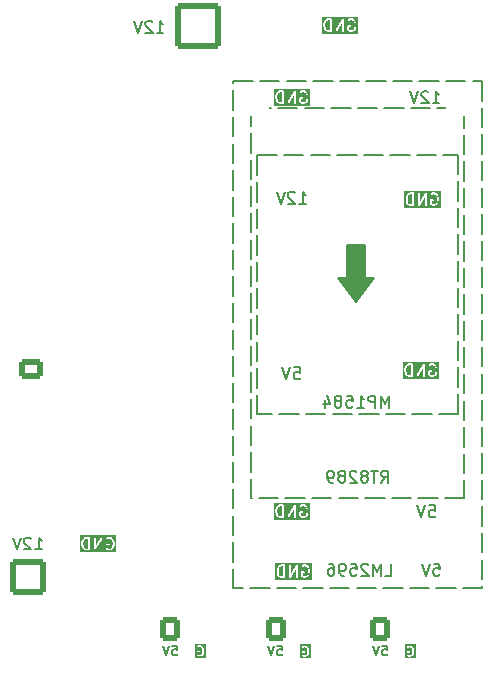
<source format=gbr>
%TF.GenerationSoftware,KiCad,Pcbnew,7.0.9*%
%TF.CreationDate,2024-02-24T17:52:34+09:00*%
%TF.ProjectId,rasp_power_module,72617370-5f70-46f7-9765-725f6d6f6475,5*%
%TF.SameCoordinates,PX4a5d990PY544c140*%
%TF.FileFunction,Legend,Bot*%
%TF.FilePolarity,Positive*%
%FSLAX46Y46*%
G04 Gerber Fmt 4.6, Leading zero omitted, Abs format (unit mm)*
G04 Created by KiCad (PCBNEW 7.0.9) date 2024-02-24 17:52:34*
%MOMM*%
%LPD*%
G01*
G04 APERTURE LIST*
G04 Aperture macros list*
%AMRoundRect*
0 Rectangle with rounded corners*
0 $1 Rounding radius*
0 $2 $3 $4 $5 $6 $7 $8 $9 X,Y pos of 4 corners*
0 Add a 4 corners polygon primitive as box body*
4,1,4,$2,$3,$4,$5,$6,$7,$8,$9,$2,$3,0*
0 Add four circle primitives for the rounded corners*
1,1,$1+$1,$2,$3*
1,1,$1+$1,$4,$5*
1,1,$1+$1,$6,$7*
1,1,$1+$1,$8,$9*
0 Add four rect primitives between the rounded corners*
20,1,$1+$1,$2,$3,$4,$5,0*
20,1,$1+$1,$4,$5,$6,$7,0*
20,1,$1+$1,$6,$7,$8,$9,0*
20,1,$1+$1,$8,$9,$2,$3,0*%
G04 Aperture macros list end*
%ADD10C,0.150000*%
%ADD11C,1.524000*%
%ADD12R,3.000000X3.000000*%
%ADD13R,1.700000X1.700000*%
%ADD14O,1.700000X1.700000*%
%ADD15RoundRect,0.249999X-1.300001X-1.300001X1.300001X-1.300001X1.300001X1.300001X-1.300001X1.300001X0*%
%ADD16C,3.100000*%
%ADD17R,3.200000X3.200000*%
%ADD18O,3.200000X3.200000*%
%ADD19R,2.000000X2.000000*%
%ADD20C,2.000000*%
%ADD21RoundRect,0.250000X-0.600000X-0.750000X0.600000X-0.750000X0.600000X0.750000X-0.600000X0.750000X0*%
%ADD22O,1.700000X2.000000*%
%ADD23RoundRect,0.250002X-1.699998X-1.699998X1.699998X-1.699998X1.699998X1.699998X-1.699998X1.699998X0*%
%ADD24C,3.900000*%
%ADD25C,3.000000*%
%ADD26C,2.500000*%
%ADD27RoundRect,0.250000X-0.725000X0.600000X-0.725000X-0.600000X0.725000X-0.600000X0.725000X0.600000X0*%
%ADD28O,1.950000X1.700000*%
G04 APERTURE END LIST*
D10*
X24638000Y44323000D02*
X26288000Y44323000D01*
X26888000Y44323000D02*
X28538000Y44323000D01*
X29138000Y44323000D02*
X30788000Y44323000D01*
X31388000Y44323000D02*
X33038000Y44323000D01*
X33638000Y44323000D02*
X35288000Y44323000D01*
X35888000Y44323000D02*
X37538000Y44323000D01*
X38138000Y44323000D02*
X39788000Y44323000D01*
X40388000Y44323000D02*
X41656000Y44323000D01*
X41656000Y44323000D02*
X41656000Y42673000D01*
X41656000Y42073000D02*
X41656000Y40423000D01*
X41656000Y39823000D02*
X41656000Y38173000D01*
X41656000Y37573000D02*
X41656000Y35923000D01*
X41656000Y35323000D02*
X41656000Y33673000D01*
X41656000Y33073000D02*
X41656000Y31423000D01*
X41656000Y30823000D02*
X41656000Y29173000D01*
X41656000Y28573000D02*
X41656000Y26923000D01*
X41656000Y26323000D02*
X41656000Y24673000D01*
X41656000Y24073000D02*
X41656000Y22423000D01*
X41656000Y22352000D02*
X40006000Y22352000D01*
X39406000Y22352000D02*
X37756000Y22352000D01*
X37156000Y22352000D02*
X35506000Y22352000D01*
X34906000Y22352000D02*
X33256000Y22352000D01*
X32656000Y22352000D02*
X31006000Y22352000D01*
X30406000Y22352000D02*
X28756000Y22352000D01*
X28156000Y22352000D02*
X26506000Y22352000D01*
X25906000Y22352000D02*
X24638000Y22352000D01*
X24638000Y22352000D02*
X24638000Y24002000D01*
X24638000Y24602000D02*
X24638000Y26252000D01*
X24638000Y26852000D02*
X24638000Y28502000D01*
X24638000Y29102000D02*
X24638000Y30752000D01*
X24638000Y31352000D02*
X24638000Y33002000D01*
X24638000Y33602000D02*
X24638000Y35252000D01*
X24638000Y35852000D02*
X24638000Y37502000D01*
X24638000Y38102000D02*
X24638000Y39752000D01*
X24638000Y40352000D02*
X24638000Y42002000D01*
X24638000Y42602000D02*
X24638000Y44252000D01*
X24130000Y48260000D02*
X25780000Y48260000D01*
X26380000Y48260000D02*
X28030000Y48260000D01*
X28630000Y48260000D02*
X30280000Y48260000D01*
X30880000Y48260000D02*
X32530000Y48260000D01*
X33130000Y48260000D02*
X34780000Y48260000D01*
X35380000Y48260000D02*
X37030000Y48260000D01*
X37630000Y48260000D02*
X39280000Y48260000D01*
X39880000Y48260000D02*
X41530000Y48260000D01*
X42130000Y48260000D02*
X42164000Y48260000D01*
X42164000Y48260000D02*
X42164000Y46610000D01*
X42164000Y46010000D02*
X42164000Y44360000D01*
X42164000Y43760000D02*
X42164000Y42110000D01*
X42164000Y41510000D02*
X42164000Y39860000D01*
X42164000Y39260000D02*
X42164000Y37610000D01*
X42164000Y37010000D02*
X42164000Y35360000D01*
X42164000Y34760000D02*
X42164000Y33110000D01*
X42164000Y32510000D02*
X42164000Y30860000D01*
X42164000Y30260000D02*
X42164000Y28610000D01*
X42164000Y28010000D02*
X42164000Y26360000D01*
X42164000Y25760000D02*
X42164000Y24110000D01*
X42164000Y23510000D02*
X42164000Y21860000D01*
X42164000Y21260000D02*
X42164000Y19610000D01*
X42164000Y19010000D02*
X42164000Y17360000D01*
X42164000Y16760000D02*
X42164000Y15240000D01*
X42164000Y15240000D02*
X40514000Y15240000D01*
X39914000Y15240000D02*
X38264000Y15240000D01*
X37664000Y15240000D02*
X36014000Y15240000D01*
X35414000Y15240000D02*
X33764000Y15240000D01*
X33164000Y15240000D02*
X31514000Y15240000D01*
X30914000Y15240000D02*
X29264000Y15240000D01*
X28664000Y15240000D02*
X27014000Y15240000D01*
X26414000Y15240000D02*
X24764000Y15240000D01*
X24164000Y15240000D02*
X24130000Y15240000D01*
X24130000Y15240000D02*
X24130000Y16890000D01*
X24130000Y17490000D02*
X24130000Y19140000D01*
X24130000Y19740000D02*
X24130000Y21390000D01*
X24130000Y21990000D02*
X24130000Y23640000D01*
X24130000Y24240000D02*
X24130000Y25890000D01*
X24130000Y26490000D02*
X24130000Y28140000D01*
X24130000Y28740000D02*
X24130000Y30390000D01*
X24130000Y30990000D02*
X24130000Y32640000D01*
X24130000Y33240000D02*
X24130000Y34890000D01*
X24130000Y35490000D02*
X24130000Y37140000D01*
X24130000Y37740000D02*
X24130000Y39390000D01*
X24130000Y39990000D02*
X24130000Y41640000D01*
X24130000Y42240000D02*
X24130000Y43890000D01*
X24130000Y44490000D02*
X24130000Y46140000D01*
X24130000Y46740000D02*
X24130000Y48260000D01*
X33782000Y33909000D02*
X34544000Y33909000D01*
X33020000Y31877000D01*
X31496000Y33909000D01*
X32258000Y33909000D01*
X32258000Y36703000D01*
X33782000Y36703000D01*
X33782000Y33909000D01*
G36*
X33782000Y33909000D02*
G01*
X34544000Y33909000D01*
X33020000Y31877000D01*
X31496000Y33909000D01*
X32258000Y33909000D01*
X32258000Y36703000D01*
X33782000Y36703000D01*
X33782000Y33909000D01*
G37*
X22606000Y50546000D02*
X24256000Y50546000D01*
X24856000Y50546000D02*
X26506000Y50546000D01*
X27106000Y50546000D02*
X28756000Y50546000D01*
X29356000Y50546000D02*
X31006000Y50546000D01*
X31606000Y50546000D02*
X33256000Y50546000D01*
X33856000Y50546000D02*
X35506000Y50546000D01*
X36106000Y50546000D02*
X37756000Y50546000D01*
X38356000Y50546000D02*
X40006000Y50546000D01*
X40606000Y50546000D02*
X42256000Y50546000D01*
X42856000Y50546000D02*
X43688000Y50546000D01*
X43688000Y50546000D02*
X43688000Y48896000D01*
X43688000Y48296000D02*
X43688000Y46646000D01*
X43688000Y46046000D02*
X43688000Y44396000D01*
X43688000Y43796000D02*
X43688000Y42146000D01*
X43688000Y41546000D02*
X43688000Y39896000D01*
X43688000Y39296000D02*
X43688000Y37646000D01*
X43688000Y37046000D02*
X43688000Y35396000D01*
X43688000Y34796000D02*
X43688000Y33146000D01*
X43688000Y32546000D02*
X43688000Y30896000D01*
X43688000Y30296000D02*
X43688000Y28646000D01*
X43688000Y28046000D02*
X43688000Y26396000D01*
X43688000Y25796000D02*
X43688000Y24146000D01*
X43688000Y23546000D02*
X43688000Y21896000D01*
X43688000Y21296000D02*
X43688000Y19646000D01*
X43688000Y19046000D02*
X43688000Y17396000D01*
X43688000Y16796000D02*
X43688000Y15146000D01*
X43688000Y14546000D02*
X43688000Y12896000D01*
X43688000Y12296000D02*
X43688000Y10646000D01*
X43688000Y10046000D02*
X43688000Y8396000D01*
X43688000Y7796000D02*
X43688000Y7620000D01*
X43688000Y7620000D02*
X42038000Y7620000D01*
X41438000Y7620000D02*
X39788000Y7620000D01*
X39188000Y7620000D02*
X37538000Y7620000D01*
X36938000Y7620000D02*
X35288000Y7620000D01*
X34688000Y7620000D02*
X33038000Y7620000D01*
X32438000Y7620000D02*
X30788000Y7620000D01*
X30188000Y7620000D02*
X28538000Y7620000D01*
X27938000Y7620000D02*
X26288000Y7620000D01*
X25688000Y7620000D02*
X24038000Y7620000D01*
X23438000Y7620000D02*
X22606000Y7620000D01*
X22606000Y7620000D02*
X22606000Y9270000D01*
X22606000Y9870000D02*
X22606000Y11520000D01*
X22606000Y12120000D02*
X22606000Y13770000D01*
X22606000Y14370000D02*
X22606000Y16020000D01*
X22606000Y16620000D02*
X22606000Y18270000D01*
X22606000Y18870000D02*
X22606000Y20520000D01*
X22606000Y21120000D02*
X22606000Y22770000D01*
X22606000Y23370000D02*
X22606000Y25020000D01*
X22606000Y25620000D02*
X22606000Y27270000D01*
X22606000Y27870000D02*
X22606000Y29520000D01*
X22606000Y30120000D02*
X22606000Y31770000D01*
X22606000Y32370000D02*
X22606000Y34020000D01*
X22606000Y34620000D02*
X22606000Y36270000D01*
X22606000Y36870000D02*
X22606000Y38520000D01*
X22606000Y39120000D02*
X22606000Y40770000D01*
X22606000Y41370000D02*
X22606000Y43020000D01*
X22606000Y43620000D02*
X22606000Y45270000D01*
X22606000Y45870000D02*
X22606000Y47520000D01*
X22606000Y48120000D02*
X22606000Y49770000D01*
X22606000Y50370000D02*
X22606000Y50546000D01*
X28178047Y40185181D02*
X28749475Y40185181D01*
X28463761Y40185181D02*
X28463761Y41185181D01*
X28463761Y41185181D02*
X28558999Y41042324D01*
X28558999Y41042324D02*
X28654237Y40947086D01*
X28654237Y40947086D02*
X28749475Y40899467D01*
X27797094Y41089943D02*
X27749475Y41137562D01*
X27749475Y41137562D02*
X27654237Y41185181D01*
X27654237Y41185181D02*
X27416142Y41185181D01*
X27416142Y41185181D02*
X27320904Y41137562D01*
X27320904Y41137562D02*
X27273285Y41089943D01*
X27273285Y41089943D02*
X27225666Y40994705D01*
X27225666Y40994705D02*
X27225666Y40899467D01*
X27225666Y40899467D02*
X27273285Y40756610D01*
X27273285Y40756610D02*
X27844713Y40185181D01*
X27844713Y40185181D02*
X27225666Y40185181D01*
X26939951Y41185181D02*
X26606618Y40185181D01*
X26606618Y40185181D02*
X26273285Y41185181D01*
G36*
X26849094Y8637181D02*
G01*
X26698169Y8637181D01*
X26583656Y8675352D01*
X26509543Y8749466D01*
X26471049Y8826453D01*
X26427666Y8999987D01*
X26427666Y9124376D01*
X26471049Y9297910D01*
X26509543Y9374897D01*
X26583656Y9449010D01*
X26698169Y9487181D01*
X26849094Y9487181D01*
X26849094Y8637181D01*
G37*
G36*
X29237189Y8344324D02*
G01*
X26134809Y8344324D01*
X26134809Y8990753D01*
X26277666Y8990753D01*
X26278851Y8987496D01*
X26279905Y8972563D01*
X26327524Y8782087D01*
X26329512Y8779143D01*
X26333203Y8766736D01*
X26380822Y8671498D01*
X26382008Y8670375D01*
X26394871Y8652006D01*
X26490109Y8556767D01*
X26494173Y8554872D01*
X26496520Y8551052D01*
X26519425Y8538649D01*
X26662281Y8491030D01*
X26663916Y8491075D01*
X26685999Y8487181D01*
X26924094Y8487181D01*
X26942402Y8493845D01*
X26961594Y8497229D01*
X26965944Y8502414D01*
X26972303Y8504728D01*
X26982045Y8521602D01*
X26994571Y8536529D01*
X26996288Y8546272D01*
X26997955Y8549157D01*
X26997376Y8552440D01*
X26999094Y8562181D01*
X27325285Y8562181D01*
X27327656Y8555665D01*
X27326483Y8548829D01*
X27336222Y8532132D01*
X27342832Y8513972D01*
X27348837Y8510505D01*
X27352332Y8504513D01*
X27370523Y8497984D01*
X27387261Y8488320D01*
X27394092Y8489525D01*
X27400619Y8487182D01*
X27418750Y8493873D01*
X27437785Y8497229D01*
X27442242Y8502542D01*
X27448749Y8504942D01*
X27465403Y8524971D01*
X27896713Y9279765D01*
X27896713Y8562181D01*
X27914260Y8513972D01*
X27958689Y8488320D01*
X28009213Y8497229D01*
X28042190Y8536529D01*
X28046713Y8562181D01*
X28046713Y8657420D01*
X28325285Y8657420D01*
X28330884Y8642037D01*
X28332311Y8625725D01*
X28341703Y8612311D01*
X28342832Y8609211D01*
X28344581Y8608202D01*
X28347251Y8604388D01*
X28394870Y8556768D01*
X28398934Y8554873D01*
X28401282Y8551052D01*
X28424187Y8538649D01*
X28567043Y8491030D01*
X28568678Y8491075D01*
X28590761Y8487181D01*
X28685999Y8487181D01*
X28687537Y8487742D01*
X28709716Y8491030D01*
X28852573Y8538649D01*
X28856085Y8541437D01*
X28860552Y8541827D01*
X28881889Y8556767D01*
X28977128Y8652007D01*
X28977819Y8653490D01*
X28991176Y8671498D01*
X29038795Y8766736D01*
X29039201Y8770265D01*
X29044474Y8782087D01*
X29092093Y8972563D01*
X29091732Y8976012D01*
X29094332Y8990753D01*
X29094332Y9133610D01*
X29093146Y9136868D01*
X29092093Y9151800D01*
X29044474Y9342276D01*
X29042485Y9345221D01*
X29038795Y9357627D01*
X28991176Y9452865D01*
X28989989Y9453989D01*
X28977127Y9472357D01*
X28881889Y9567595D01*
X28877825Y9569490D01*
X28875478Y9573311D01*
X28852573Y9585713D01*
X28709716Y9633332D01*
X28708081Y9633288D01*
X28685999Y9637181D01*
X28543142Y9637181D01*
X28538928Y9635648D01*
X28534567Y9636689D01*
X28509601Y9629263D01*
X28414363Y9581644D01*
X28379091Y9544390D01*
X28376016Y9493179D01*
X28406580Y9451974D01*
X28456478Y9440054D01*
X28481445Y9447480D01*
X28560847Y9487181D01*
X28673829Y9487181D01*
X28788342Y9449010D01*
X28862455Y9374897D01*
X28900948Y9297910D01*
X28944332Y9124376D01*
X28944332Y8999987D01*
X28900948Y8826453D01*
X28862454Y8749466D01*
X28788342Y8675353D01*
X28673829Y8637181D01*
X28602931Y8637181D01*
X28488418Y8675352D01*
X28475285Y8688486D01*
X28475285Y8915753D01*
X28590761Y8915753D01*
X28638970Y8933300D01*
X28664622Y8977729D01*
X28655713Y9028253D01*
X28616413Y9061230D01*
X28590761Y9065753D01*
X28400285Y9065753D01*
X28381976Y9059090D01*
X28362785Y9055705D01*
X28358434Y9050521D01*
X28352076Y9048206D01*
X28342333Y9031333D01*
X28329808Y9016405D01*
X28328090Y9006663D01*
X28326424Y9003777D01*
X28327002Y9000495D01*
X28325285Y8990753D01*
X28325285Y8657420D01*
X28046713Y8657420D01*
X28046713Y9562181D01*
X28044340Y9568699D01*
X28045515Y9575534D01*
X28035775Y9592232D01*
X28029166Y9610390D01*
X28023161Y9613858D01*
X28019666Y9619849D01*
X28001474Y9626379D01*
X27984737Y9636042D01*
X27977905Y9634838D01*
X27971379Y9637180D01*
X27953247Y9630490D01*
X27934213Y9627133D01*
X27929755Y9621821D01*
X27923249Y9619420D01*
X27906595Y9599392D01*
X27475285Y8844598D01*
X27475285Y9562181D01*
X27457738Y9610390D01*
X27413309Y9636042D01*
X27362785Y9627133D01*
X27329808Y9587833D01*
X27325285Y9562181D01*
X27325285Y8562181D01*
X26999094Y8562181D01*
X26999094Y9562181D01*
X26992430Y9580490D01*
X26989046Y9599681D01*
X26983861Y9604032D01*
X26981547Y9610390D01*
X26964673Y9620133D01*
X26949746Y9632658D01*
X26940003Y9634376D01*
X26937118Y9636042D01*
X26933835Y9635464D01*
X26924094Y9637181D01*
X26685999Y9637181D01*
X26684461Y9636622D01*
X26662281Y9633332D01*
X26519425Y9585713D01*
X26515914Y9582927D01*
X26511446Y9582536D01*
X26490109Y9567595D01*
X26394871Y9472357D01*
X26394180Y9470876D01*
X26380822Y9452865D01*
X26333203Y9357627D01*
X26332796Y9354099D01*
X26327524Y9342276D01*
X26279905Y9151800D01*
X26280265Y9148352D01*
X26277666Y9133610D01*
X26277666Y8990753D01*
X26134809Y8990753D01*
X26134809Y9780038D01*
X29237189Y9780038D01*
X29237189Y8344324D01*
G37*
G36*
X29138905Y1709019D02*
G01*
X28265094Y1709019D01*
X28265094Y1974496D01*
X28379380Y1974496D01*
X28384979Y1959112D01*
X28386407Y1942800D01*
X28395798Y1929388D01*
X28396927Y1926287D01*
X28398676Y1925277D01*
X28401347Y1921463D01*
X28439443Y1883367D01*
X28443507Y1881472D01*
X28445854Y1877652D01*
X28468759Y1865249D01*
X28583044Y1827154D01*
X28584678Y1827199D01*
X28606761Y1823305D01*
X28682952Y1823305D01*
X28684490Y1823866D01*
X28706669Y1827154D01*
X28820955Y1865249D01*
X28824466Y1868037D01*
X28828935Y1868427D01*
X28850271Y1883367D01*
X28926462Y1959559D01*
X28927153Y1961042D01*
X28940510Y1979050D01*
X28978605Y2055240D01*
X28979010Y2058767D01*
X28984284Y2070590D01*
X29022380Y2222972D01*
X29022019Y2226421D01*
X29024619Y2241162D01*
X29024619Y2355448D01*
X29023433Y2358706D01*
X29022380Y2373638D01*
X28984284Y2526020D01*
X28982295Y2528964D01*
X28978605Y2541370D01*
X28940510Y2617561D01*
X28939323Y2618685D01*
X28926461Y2637053D01*
X28850271Y2713243D01*
X28846207Y2715138D01*
X28843860Y2718959D01*
X28820955Y2731361D01*
X28706669Y2769456D01*
X28705034Y2769412D01*
X28682952Y2773305D01*
X28568666Y2773305D01*
X28564452Y2771772D01*
X28560092Y2772813D01*
X28535125Y2765387D01*
X28458935Y2727292D01*
X28423663Y2690038D01*
X28420588Y2638827D01*
X28451152Y2597622D01*
X28501050Y2585702D01*
X28526017Y2593128D01*
X28586371Y2623305D01*
X28670782Y2623305D01*
X28756724Y2594658D01*
X28811788Y2539594D01*
X28840758Y2481655D01*
X28874619Y2346213D01*
X28874619Y2250398D01*
X28840758Y2114957D01*
X28811788Y2057018D01*
X28756723Y2001952D01*
X28670782Y1973305D01*
X28618931Y1973305D01*
X28532990Y2001952D01*
X28529380Y2005562D01*
X28529380Y2166162D01*
X28606761Y2166162D01*
X28654970Y2183709D01*
X28680622Y2228138D01*
X28671713Y2278662D01*
X28632413Y2311639D01*
X28606761Y2316162D01*
X28454380Y2316162D01*
X28436071Y2309499D01*
X28416880Y2306114D01*
X28412529Y2300930D01*
X28406171Y2298615D01*
X28396428Y2281742D01*
X28383903Y2266814D01*
X28382185Y2257072D01*
X28380519Y2254186D01*
X28381097Y2250904D01*
X28379380Y2241162D01*
X28379380Y1974496D01*
X28265094Y1974496D01*
X28265094Y2887591D01*
X29138905Y2887591D01*
X29138905Y1709019D01*
G37*
X39560476Y9689181D02*
X40036666Y9689181D01*
X40036666Y9689181D02*
X40084285Y9212991D01*
X40084285Y9212991D02*
X40036666Y9260610D01*
X40036666Y9260610D02*
X39941428Y9308229D01*
X39941428Y9308229D02*
X39703333Y9308229D01*
X39703333Y9308229D02*
X39608095Y9260610D01*
X39608095Y9260610D02*
X39560476Y9212991D01*
X39560476Y9212991D02*
X39512857Y9117753D01*
X39512857Y9117753D02*
X39512857Y8879658D01*
X39512857Y8879658D02*
X39560476Y8784420D01*
X39560476Y8784420D02*
X39608095Y8736800D01*
X39608095Y8736800D02*
X39703333Y8689181D01*
X39703333Y8689181D02*
X39941428Y8689181D01*
X39941428Y8689181D02*
X40036666Y8736800D01*
X40036666Y8736800D02*
X40084285Y8784420D01*
X39227142Y9689181D02*
X38893809Y8689181D01*
X38893809Y8689181D02*
X38560476Y9689181D01*
G36*
X20248905Y1734419D02*
G01*
X19375094Y1734419D01*
X19375094Y1999896D01*
X19489380Y1999896D01*
X19494979Y1984512D01*
X19496407Y1968200D01*
X19505798Y1954788D01*
X19506927Y1951687D01*
X19508676Y1950677D01*
X19511347Y1946863D01*
X19549443Y1908767D01*
X19553507Y1906872D01*
X19555854Y1903052D01*
X19578759Y1890649D01*
X19693044Y1852554D01*
X19694678Y1852599D01*
X19716761Y1848705D01*
X19792952Y1848705D01*
X19794490Y1849266D01*
X19816669Y1852554D01*
X19930955Y1890649D01*
X19934466Y1893437D01*
X19938935Y1893827D01*
X19960271Y1908767D01*
X20036462Y1984959D01*
X20037153Y1986442D01*
X20050510Y2004450D01*
X20088605Y2080640D01*
X20089010Y2084167D01*
X20094284Y2095990D01*
X20132380Y2248372D01*
X20132019Y2251821D01*
X20134619Y2266562D01*
X20134619Y2380848D01*
X20133433Y2384106D01*
X20132380Y2399038D01*
X20094284Y2551420D01*
X20092295Y2554364D01*
X20088605Y2566770D01*
X20050510Y2642961D01*
X20049323Y2644085D01*
X20036461Y2662453D01*
X19960271Y2738643D01*
X19956207Y2740538D01*
X19953860Y2744359D01*
X19930955Y2756761D01*
X19816669Y2794856D01*
X19815034Y2794812D01*
X19792952Y2798705D01*
X19678666Y2798705D01*
X19674452Y2797172D01*
X19670092Y2798213D01*
X19645125Y2790787D01*
X19568935Y2752692D01*
X19533663Y2715438D01*
X19530588Y2664227D01*
X19561152Y2623022D01*
X19611050Y2611102D01*
X19636017Y2618528D01*
X19696371Y2648705D01*
X19780782Y2648705D01*
X19866724Y2620058D01*
X19921788Y2564994D01*
X19950758Y2507055D01*
X19984619Y2371613D01*
X19984619Y2275798D01*
X19950758Y2140357D01*
X19921788Y2082418D01*
X19866723Y2027352D01*
X19780782Y1998705D01*
X19728931Y1998705D01*
X19642990Y2027352D01*
X19639380Y2030962D01*
X19639380Y2191562D01*
X19716761Y2191562D01*
X19764970Y2209109D01*
X19790622Y2253538D01*
X19781713Y2304062D01*
X19742413Y2337039D01*
X19716761Y2341562D01*
X19564380Y2341562D01*
X19546071Y2334899D01*
X19526880Y2331514D01*
X19522529Y2326330D01*
X19516171Y2324015D01*
X19506428Y2307142D01*
X19493903Y2292214D01*
X19492185Y2282472D01*
X19490519Y2279586D01*
X19491097Y2276304D01*
X19489380Y2266562D01*
X19489380Y1999896D01*
X19375094Y1999896D01*
X19375094Y2912991D01*
X20248905Y2912991D01*
X20248905Y1734419D01*
G37*
X35758094Y22913181D02*
X35758094Y23913181D01*
X35758094Y23913181D02*
X35424761Y23198896D01*
X35424761Y23198896D02*
X35091428Y23913181D01*
X35091428Y23913181D02*
X35091428Y22913181D01*
X34615237Y22913181D02*
X34615237Y23913181D01*
X34615237Y23913181D02*
X34234285Y23913181D01*
X34234285Y23913181D02*
X34139047Y23865562D01*
X34139047Y23865562D02*
X34091428Y23817943D01*
X34091428Y23817943D02*
X34043809Y23722705D01*
X34043809Y23722705D02*
X34043809Y23579848D01*
X34043809Y23579848D02*
X34091428Y23484610D01*
X34091428Y23484610D02*
X34139047Y23436991D01*
X34139047Y23436991D02*
X34234285Y23389372D01*
X34234285Y23389372D02*
X34615237Y23389372D01*
X33091428Y22913181D02*
X33662856Y22913181D01*
X33377142Y22913181D02*
X33377142Y23913181D01*
X33377142Y23913181D02*
X33472380Y23770324D01*
X33472380Y23770324D02*
X33567618Y23675086D01*
X33567618Y23675086D02*
X33662856Y23627467D01*
X32186666Y23913181D02*
X32662856Y23913181D01*
X32662856Y23913181D02*
X32710475Y23436991D01*
X32710475Y23436991D02*
X32662856Y23484610D01*
X32662856Y23484610D02*
X32567618Y23532229D01*
X32567618Y23532229D02*
X32329523Y23532229D01*
X32329523Y23532229D02*
X32234285Y23484610D01*
X32234285Y23484610D02*
X32186666Y23436991D01*
X32186666Y23436991D02*
X32139047Y23341753D01*
X32139047Y23341753D02*
X32139047Y23103658D01*
X32139047Y23103658D02*
X32186666Y23008420D01*
X32186666Y23008420D02*
X32234285Y22960800D01*
X32234285Y22960800D02*
X32329523Y22913181D01*
X32329523Y22913181D02*
X32567618Y22913181D01*
X32567618Y22913181D02*
X32662856Y22960800D01*
X32662856Y22960800D02*
X32710475Y23008420D01*
X31567618Y23484610D02*
X31662856Y23532229D01*
X31662856Y23532229D02*
X31710475Y23579848D01*
X31710475Y23579848D02*
X31758094Y23675086D01*
X31758094Y23675086D02*
X31758094Y23722705D01*
X31758094Y23722705D02*
X31710475Y23817943D01*
X31710475Y23817943D02*
X31662856Y23865562D01*
X31662856Y23865562D02*
X31567618Y23913181D01*
X31567618Y23913181D02*
X31377142Y23913181D01*
X31377142Y23913181D02*
X31281904Y23865562D01*
X31281904Y23865562D02*
X31234285Y23817943D01*
X31234285Y23817943D02*
X31186666Y23722705D01*
X31186666Y23722705D02*
X31186666Y23675086D01*
X31186666Y23675086D02*
X31234285Y23579848D01*
X31234285Y23579848D02*
X31281904Y23532229D01*
X31281904Y23532229D02*
X31377142Y23484610D01*
X31377142Y23484610D02*
X31567618Y23484610D01*
X31567618Y23484610D02*
X31662856Y23436991D01*
X31662856Y23436991D02*
X31710475Y23389372D01*
X31710475Y23389372D02*
X31758094Y23294134D01*
X31758094Y23294134D02*
X31758094Y23103658D01*
X31758094Y23103658D02*
X31710475Y23008420D01*
X31710475Y23008420D02*
X31662856Y22960800D01*
X31662856Y22960800D02*
X31567618Y22913181D01*
X31567618Y22913181D02*
X31377142Y22913181D01*
X31377142Y22913181D02*
X31281904Y22960800D01*
X31281904Y22960800D02*
X31234285Y23008420D01*
X31234285Y23008420D02*
X31186666Y23103658D01*
X31186666Y23103658D02*
X31186666Y23294134D01*
X31186666Y23294134D02*
X31234285Y23389372D01*
X31234285Y23389372D02*
X31281904Y23436991D01*
X31281904Y23436991D02*
X31377142Y23484610D01*
X30329523Y23579848D02*
X30329523Y22913181D01*
X30567618Y23960800D02*
X30805713Y23246515D01*
X30805713Y23246515D02*
X30186666Y23246515D01*
X39481047Y48694181D02*
X40052475Y48694181D01*
X39766761Y48694181D02*
X39766761Y49694181D01*
X39766761Y49694181D02*
X39861999Y49551324D01*
X39861999Y49551324D02*
X39957237Y49456086D01*
X39957237Y49456086D02*
X40052475Y49408467D01*
X39100094Y49598943D02*
X39052475Y49646562D01*
X39052475Y49646562D02*
X38957237Y49694181D01*
X38957237Y49694181D02*
X38719142Y49694181D01*
X38719142Y49694181D02*
X38623904Y49646562D01*
X38623904Y49646562D02*
X38576285Y49598943D01*
X38576285Y49598943D02*
X38528666Y49503705D01*
X38528666Y49503705D02*
X38528666Y49408467D01*
X38528666Y49408467D02*
X38576285Y49265610D01*
X38576285Y49265610D02*
X39147713Y48694181D01*
X39147713Y48694181D02*
X38528666Y48694181D01*
X38242951Y49694181D02*
X37909618Y48694181D01*
X37909618Y48694181D02*
X37576285Y49694181D01*
X39179476Y14642181D02*
X39655666Y14642181D01*
X39655666Y14642181D02*
X39703285Y14165991D01*
X39703285Y14165991D02*
X39655666Y14213610D01*
X39655666Y14213610D02*
X39560428Y14261229D01*
X39560428Y14261229D02*
X39322333Y14261229D01*
X39322333Y14261229D02*
X39227095Y14213610D01*
X39227095Y14213610D02*
X39179476Y14165991D01*
X39179476Y14165991D02*
X39131857Y14070753D01*
X39131857Y14070753D02*
X39131857Y13832658D01*
X39131857Y13832658D02*
X39179476Y13737420D01*
X39179476Y13737420D02*
X39227095Y13689800D01*
X39227095Y13689800D02*
X39322333Y13642181D01*
X39322333Y13642181D02*
X39560428Y13642181D01*
X39560428Y13642181D02*
X39655666Y13689800D01*
X39655666Y13689800D02*
X39703285Y13737420D01*
X38846142Y14642181D02*
X38512809Y13642181D01*
X38512809Y13642181D02*
X38179476Y14642181D01*
G36*
X26722094Y48769181D02*
G01*
X26571169Y48769181D01*
X26456656Y48807352D01*
X26382543Y48881466D01*
X26344049Y48958453D01*
X26300666Y49131987D01*
X26300666Y49256376D01*
X26344049Y49429910D01*
X26382543Y49506897D01*
X26456656Y49581010D01*
X26571169Y49619181D01*
X26722094Y49619181D01*
X26722094Y48769181D01*
G37*
G36*
X29110189Y48476324D02*
G01*
X26007809Y48476324D01*
X26007809Y49122753D01*
X26150666Y49122753D01*
X26151851Y49119496D01*
X26152905Y49104563D01*
X26200524Y48914087D01*
X26202512Y48911143D01*
X26206203Y48898736D01*
X26253822Y48803498D01*
X26255008Y48802375D01*
X26267871Y48784006D01*
X26363109Y48688767D01*
X26367173Y48686872D01*
X26369520Y48683052D01*
X26392425Y48670649D01*
X26535281Y48623030D01*
X26536916Y48623075D01*
X26558999Y48619181D01*
X26797094Y48619181D01*
X26815402Y48625845D01*
X26834594Y48629229D01*
X26838944Y48634414D01*
X26845303Y48636728D01*
X26855045Y48653602D01*
X26867571Y48668529D01*
X26869288Y48678272D01*
X26870955Y48681157D01*
X26870376Y48684440D01*
X26872094Y48694181D01*
X27198285Y48694181D01*
X27200656Y48687665D01*
X27199483Y48680829D01*
X27209222Y48664132D01*
X27215832Y48645972D01*
X27221837Y48642505D01*
X27225332Y48636513D01*
X27243523Y48629984D01*
X27260261Y48620320D01*
X27267092Y48621525D01*
X27273619Y48619182D01*
X27291750Y48625873D01*
X27310785Y48629229D01*
X27315242Y48634542D01*
X27321749Y48636942D01*
X27338403Y48656971D01*
X27769713Y49411765D01*
X27769713Y48694181D01*
X27787260Y48645972D01*
X27831689Y48620320D01*
X27882213Y48629229D01*
X27915190Y48668529D01*
X27919713Y48694181D01*
X27919713Y48789420D01*
X28198285Y48789420D01*
X28203884Y48774037D01*
X28205311Y48757725D01*
X28214703Y48744311D01*
X28215832Y48741211D01*
X28217581Y48740202D01*
X28220251Y48736388D01*
X28267870Y48688768D01*
X28271934Y48686873D01*
X28274282Y48683052D01*
X28297187Y48670649D01*
X28440043Y48623030D01*
X28441678Y48623075D01*
X28463761Y48619181D01*
X28558999Y48619181D01*
X28560537Y48619742D01*
X28582716Y48623030D01*
X28725573Y48670649D01*
X28729085Y48673437D01*
X28733552Y48673827D01*
X28754889Y48688767D01*
X28850128Y48784007D01*
X28850819Y48785490D01*
X28864176Y48803498D01*
X28911795Y48898736D01*
X28912201Y48902265D01*
X28917474Y48914087D01*
X28965093Y49104563D01*
X28964732Y49108012D01*
X28967332Y49122753D01*
X28967332Y49265610D01*
X28966146Y49268868D01*
X28965093Y49283800D01*
X28917474Y49474276D01*
X28915485Y49477221D01*
X28911795Y49489627D01*
X28864176Y49584865D01*
X28862989Y49585989D01*
X28850127Y49604357D01*
X28754889Y49699595D01*
X28750825Y49701490D01*
X28748478Y49705311D01*
X28725573Y49717713D01*
X28582716Y49765332D01*
X28581081Y49765288D01*
X28558999Y49769181D01*
X28416142Y49769181D01*
X28411928Y49767648D01*
X28407567Y49768689D01*
X28382601Y49761263D01*
X28287363Y49713644D01*
X28252091Y49676390D01*
X28249016Y49625179D01*
X28279580Y49583974D01*
X28329478Y49572054D01*
X28354445Y49579480D01*
X28433847Y49619181D01*
X28546829Y49619181D01*
X28661342Y49581010D01*
X28735455Y49506897D01*
X28773948Y49429910D01*
X28817332Y49256376D01*
X28817332Y49131987D01*
X28773948Y48958453D01*
X28735454Y48881466D01*
X28661342Y48807353D01*
X28546829Y48769181D01*
X28475931Y48769181D01*
X28361418Y48807352D01*
X28348285Y48820486D01*
X28348285Y49047753D01*
X28463761Y49047753D01*
X28511970Y49065300D01*
X28537622Y49109729D01*
X28528713Y49160253D01*
X28489413Y49193230D01*
X28463761Y49197753D01*
X28273285Y49197753D01*
X28254976Y49191090D01*
X28235785Y49187705D01*
X28231434Y49182521D01*
X28225076Y49180206D01*
X28215333Y49163333D01*
X28202808Y49148405D01*
X28201090Y49138663D01*
X28199424Y49135777D01*
X28200002Y49132495D01*
X28198285Y49122753D01*
X28198285Y48789420D01*
X27919713Y48789420D01*
X27919713Y49694181D01*
X27917340Y49700699D01*
X27918515Y49707534D01*
X27908775Y49724232D01*
X27902166Y49742390D01*
X27896161Y49745858D01*
X27892666Y49751849D01*
X27874474Y49758379D01*
X27857737Y49768042D01*
X27850905Y49766838D01*
X27844379Y49769180D01*
X27826247Y49762490D01*
X27807213Y49759133D01*
X27802755Y49753821D01*
X27796249Y49751420D01*
X27779595Y49731392D01*
X27348285Y48976598D01*
X27348285Y49694181D01*
X27330738Y49742390D01*
X27286309Y49768042D01*
X27235785Y49759133D01*
X27202808Y49719833D01*
X27198285Y49694181D01*
X27198285Y48694181D01*
X26872094Y48694181D01*
X26872094Y49694181D01*
X26865430Y49712490D01*
X26862046Y49731681D01*
X26856861Y49736032D01*
X26854547Y49742390D01*
X26837673Y49752133D01*
X26822746Y49764658D01*
X26813003Y49766376D01*
X26810118Y49768042D01*
X26806835Y49767464D01*
X26797094Y49769181D01*
X26558999Y49769181D01*
X26557461Y49768622D01*
X26535281Y49765332D01*
X26392425Y49717713D01*
X26388914Y49714927D01*
X26384446Y49714536D01*
X26363109Y49699595D01*
X26267871Y49604357D01*
X26267180Y49602876D01*
X26253822Y49584865D01*
X26206203Y49489627D01*
X26205796Y49486099D01*
X26200524Y49474276D01*
X26152905Y49283800D01*
X26153265Y49280352D01*
X26150666Y49265610D01*
X26150666Y49122753D01*
X26007809Y49122753D01*
X26007809Y49912038D01*
X29110189Y49912038D01*
X29110189Y48476324D01*
G37*
G36*
X10313694Y10973981D02*
G01*
X10162769Y10973981D01*
X10048256Y11012152D01*
X9974143Y11086266D01*
X9935649Y11163253D01*
X9892266Y11336787D01*
X9892266Y11461176D01*
X9935649Y11634710D01*
X9974143Y11711697D01*
X10048256Y11785810D01*
X10162769Y11823981D01*
X10313694Y11823981D01*
X10313694Y10973981D01*
G37*
G36*
X12701789Y10681124D02*
G01*
X9599409Y10681124D01*
X9599409Y11327553D01*
X9742266Y11327553D01*
X9743451Y11324296D01*
X9744505Y11309363D01*
X9792124Y11118887D01*
X9794112Y11115943D01*
X9797803Y11103536D01*
X9845422Y11008298D01*
X9846608Y11007175D01*
X9859471Y10988806D01*
X9954709Y10893567D01*
X9958773Y10891672D01*
X9961120Y10887852D01*
X9984025Y10875449D01*
X10126881Y10827830D01*
X10128516Y10827875D01*
X10150599Y10823981D01*
X10388694Y10823981D01*
X10407002Y10830645D01*
X10426194Y10834029D01*
X10430544Y10839214D01*
X10436903Y10841528D01*
X10446645Y10858402D01*
X10459171Y10873329D01*
X10460888Y10883072D01*
X10462555Y10885957D01*
X10461976Y10889240D01*
X10463694Y10898981D01*
X10789885Y10898981D01*
X10792256Y10892465D01*
X10791083Y10885629D01*
X10800822Y10868932D01*
X10807432Y10850772D01*
X10813437Y10847305D01*
X10816932Y10841313D01*
X10835123Y10834784D01*
X10851861Y10825120D01*
X10858692Y10826325D01*
X10865219Y10823982D01*
X10883350Y10830673D01*
X10902385Y10834029D01*
X10906842Y10839342D01*
X10913349Y10841742D01*
X10930003Y10861771D01*
X11361313Y11616565D01*
X11361313Y10898981D01*
X11378860Y10850772D01*
X11423289Y10825120D01*
X11473813Y10834029D01*
X11506790Y10873329D01*
X11511313Y10898981D01*
X11511313Y10994220D01*
X11789885Y10994220D01*
X11795484Y10978837D01*
X11796911Y10962525D01*
X11806303Y10949111D01*
X11807432Y10946011D01*
X11809181Y10945002D01*
X11811851Y10941188D01*
X11859470Y10893568D01*
X11863534Y10891673D01*
X11865882Y10887852D01*
X11888787Y10875449D01*
X12031643Y10827830D01*
X12033278Y10827875D01*
X12055361Y10823981D01*
X12150599Y10823981D01*
X12152137Y10824542D01*
X12174316Y10827830D01*
X12317173Y10875449D01*
X12320685Y10878237D01*
X12325152Y10878627D01*
X12346489Y10893567D01*
X12441728Y10988807D01*
X12442419Y10990290D01*
X12455776Y11008298D01*
X12503395Y11103536D01*
X12503801Y11107065D01*
X12509074Y11118887D01*
X12556693Y11309363D01*
X12556332Y11312812D01*
X12558932Y11327553D01*
X12558932Y11470410D01*
X12557746Y11473668D01*
X12556693Y11488600D01*
X12509074Y11679076D01*
X12507085Y11682021D01*
X12503395Y11694427D01*
X12455776Y11789665D01*
X12454589Y11790789D01*
X12441727Y11809157D01*
X12346489Y11904395D01*
X12342425Y11906290D01*
X12340078Y11910111D01*
X12317173Y11922513D01*
X12174316Y11970132D01*
X12172681Y11970088D01*
X12150599Y11973981D01*
X12007742Y11973981D01*
X12003528Y11972448D01*
X11999167Y11973489D01*
X11974201Y11966063D01*
X11878963Y11918444D01*
X11843691Y11881190D01*
X11840616Y11829979D01*
X11871180Y11788774D01*
X11921078Y11776854D01*
X11946045Y11784280D01*
X12025447Y11823981D01*
X12138429Y11823981D01*
X12252942Y11785810D01*
X12327055Y11711697D01*
X12365548Y11634710D01*
X12408932Y11461176D01*
X12408932Y11336787D01*
X12365548Y11163253D01*
X12327054Y11086266D01*
X12252942Y11012153D01*
X12138429Y10973981D01*
X12067531Y10973981D01*
X11953018Y11012152D01*
X11939885Y11025286D01*
X11939885Y11252553D01*
X12055361Y11252553D01*
X12103570Y11270100D01*
X12129222Y11314529D01*
X12120313Y11365053D01*
X12081013Y11398030D01*
X12055361Y11402553D01*
X11864885Y11402553D01*
X11846576Y11395890D01*
X11827385Y11392505D01*
X11823034Y11387321D01*
X11816676Y11385006D01*
X11806933Y11368133D01*
X11794408Y11353205D01*
X11792690Y11343463D01*
X11791024Y11340577D01*
X11791602Y11337295D01*
X11789885Y11327553D01*
X11789885Y10994220D01*
X11511313Y10994220D01*
X11511313Y11898981D01*
X11508940Y11905499D01*
X11510115Y11912334D01*
X11500375Y11929032D01*
X11493766Y11947190D01*
X11487761Y11950658D01*
X11484266Y11956649D01*
X11466074Y11963179D01*
X11449337Y11972842D01*
X11442505Y11971638D01*
X11435979Y11973980D01*
X11417847Y11967290D01*
X11398813Y11963933D01*
X11394355Y11958621D01*
X11387849Y11956220D01*
X11371195Y11936192D01*
X10939885Y11181398D01*
X10939885Y11898981D01*
X10922338Y11947190D01*
X10877909Y11972842D01*
X10827385Y11963933D01*
X10794408Y11924633D01*
X10789885Y11898981D01*
X10789885Y10898981D01*
X10463694Y10898981D01*
X10463694Y11898981D01*
X10457030Y11917290D01*
X10453646Y11936481D01*
X10448461Y11940832D01*
X10446147Y11947190D01*
X10429273Y11956933D01*
X10414346Y11969458D01*
X10404603Y11971176D01*
X10401718Y11972842D01*
X10398435Y11972264D01*
X10388694Y11973981D01*
X10150599Y11973981D01*
X10149061Y11973422D01*
X10126881Y11970132D01*
X9984025Y11922513D01*
X9980514Y11919727D01*
X9976046Y11919336D01*
X9954709Y11904395D01*
X9859471Y11809157D01*
X9858780Y11807676D01*
X9845422Y11789665D01*
X9797803Y11694427D01*
X9797396Y11690899D01*
X9792124Y11679076D01*
X9744505Y11488600D01*
X9744865Y11485152D01*
X9742266Y11470410D01*
X9742266Y11327553D01*
X9599409Y11327553D01*
X9599409Y12116838D01*
X12701789Y12116838D01*
X12701789Y10681124D01*
G37*
G36*
X38028905Y1709019D02*
G01*
X37155094Y1709019D01*
X37155094Y1974496D01*
X37269380Y1974496D01*
X37274979Y1959112D01*
X37276407Y1942800D01*
X37285798Y1929388D01*
X37286927Y1926287D01*
X37288676Y1925277D01*
X37291347Y1921463D01*
X37329443Y1883367D01*
X37333507Y1881472D01*
X37335854Y1877652D01*
X37358759Y1865249D01*
X37473044Y1827154D01*
X37474678Y1827199D01*
X37496761Y1823305D01*
X37572952Y1823305D01*
X37574490Y1823866D01*
X37596669Y1827154D01*
X37710955Y1865249D01*
X37714466Y1868037D01*
X37718935Y1868427D01*
X37740271Y1883367D01*
X37816462Y1959559D01*
X37817153Y1961042D01*
X37830510Y1979050D01*
X37868605Y2055240D01*
X37869010Y2058767D01*
X37874284Y2070590D01*
X37912380Y2222972D01*
X37912019Y2226421D01*
X37914619Y2241162D01*
X37914619Y2355448D01*
X37913433Y2358706D01*
X37912380Y2373638D01*
X37874284Y2526020D01*
X37872295Y2528964D01*
X37868605Y2541370D01*
X37830510Y2617561D01*
X37829323Y2618685D01*
X37816461Y2637053D01*
X37740271Y2713243D01*
X37736207Y2715138D01*
X37733860Y2718959D01*
X37710955Y2731361D01*
X37596669Y2769456D01*
X37595034Y2769412D01*
X37572952Y2773305D01*
X37458666Y2773305D01*
X37454452Y2771772D01*
X37450092Y2772813D01*
X37425125Y2765387D01*
X37348935Y2727292D01*
X37313663Y2690038D01*
X37310588Y2638827D01*
X37341152Y2597622D01*
X37391050Y2585702D01*
X37416017Y2593128D01*
X37476371Y2623305D01*
X37560782Y2623305D01*
X37646724Y2594658D01*
X37701788Y2539594D01*
X37730758Y2481655D01*
X37764619Y2346213D01*
X37764619Y2250398D01*
X37730758Y2114957D01*
X37701788Y2057018D01*
X37646723Y2001952D01*
X37560782Y1973305D01*
X37508931Y1973305D01*
X37422990Y2001952D01*
X37419380Y2005562D01*
X37419380Y2166162D01*
X37496761Y2166162D01*
X37544970Y2183709D01*
X37570622Y2228138D01*
X37561713Y2278662D01*
X37522413Y2311639D01*
X37496761Y2316162D01*
X37344380Y2316162D01*
X37326071Y2309499D01*
X37306880Y2306114D01*
X37302529Y2300930D01*
X37296171Y2298615D01*
X37286428Y2281742D01*
X37273903Y2266814D01*
X37272185Y2257072D01*
X37270519Y2254186D01*
X37271097Y2250904D01*
X37269380Y2241162D01*
X37269380Y1974496D01*
X37155094Y1974496D01*
X37155094Y2887591D01*
X38028905Y2887591D01*
X38028905Y1709019D01*
G37*
G36*
X30786094Y54865181D02*
G01*
X30635169Y54865181D01*
X30520656Y54903352D01*
X30446543Y54977466D01*
X30408049Y55054453D01*
X30364666Y55227987D01*
X30364666Y55352376D01*
X30408049Y55525910D01*
X30446543Y55602897D01*
X30520656Y55677010D01*
X30635169Y55715181D01*
X30786094Y55715181D01*
X30786094Y54865181D01*
G37*
G36*
X33174189Y54572324D02*
G01*
X30071809Y54572324D01*
X30071809Y55218753D01*
X30214666Y55218753D01*
X30215851Y55215496D01*
X30216905Y55200563D01*
X30264524Y55010087D01*
X30266512Y55007143D01*
X30270203Y54994736D01*
X30317822Y54899498D01*
X30319008Y54898375D01*
X30331871Y54880006D01*
X30427109Y54784767D01*
X30431173Y54782872D01*
X30433520Y54779052D01*
X30456425Y54766649D01*
X30599281Y54719030D01*
X30600916Y54719075D01*
X30622999Y54715181D01*
X30861094Y54715181D01*
X30879402Y54721845D01*
X30898594Y54725229D01*
X30902944Y54730414D01*
X30909303Y54732728D01*
X30919045Y54749602D01*
X30931571Y54764529D01*
X30933288Y54774272D01*
X30934955Y54777157D01*
X30934376Y54780440D01*
X30936094Y54790181D01*
X31262285Y54790181D01*
X31264656Y54783665D01*
X31263483Y54776829D01*
X31273222Y54760132D01*
X31279832Y54741972D01*
X31285837Y54738505D01*
X31289332Y54732513D01*
X31307523Y54725984D01*
X31324261Y54716320D01*
X31331092Y54717525D01*
X31337619Y54715182D01*
X31355750Y54721873D01*
X31374785Y54725229D01*
X31379242Y54730542D01*
X31385749Y54732942D01*
X31402403Y54752971D01*
X31833713Y55507765D01*
X31833713Y54790181D01*
X31851260Y54741972D01*
X31895689Y54716320D01*
X31946213Y54725229D01*
X31979190Y54764529D01*
X31983713Y54790181D01*
X31983713Y54885420D01*
X32262285Y54885420D01*
X32267884Y54870037D01*
X32269311Y54853725D01*
X32278703Y54840311D01*
X32279832Y54837211D01*
X32281581Y54836202D01*
X32284251Y54832388D01*
X32331870Y54784768D01*
X32335934Y54782873D01*
X32338282Y54779052D01*
X32361187Y54766649D01*
X32504043Y54719030D01*
X32505678Y54719075D01*
X32527761Y54715181D01*
X32622999Y54715181D01*
X32624537Y54715742D01*
X32646716Y54719030D01*
X32789573Y54766649D01*
X32793085Y54769437D01*
X32797552Y54769827D01*
X32818889Y54784767D01*
X32914128Y54880007D01*
X32914819Y54881490D01*
X32928176Y54899498D01*
X32975795Y54994736D01*
X32976201Y54998265D01*
X32981474Y55010087D01*
X33029093Y55200563D01*
X33028732Y55204012D01*
X33031332Y55218753D01*
X33031332Y55361610D01*
X33030146Y55364868D01*
X33029093Y55379800D01*
X32981474Y55570276D01*
X32979485Y55573221D01*
X32975795Y55585627D01*
X32928176Y55680865D01*
X32926989Y55681989D01*
X32914127Y55700357D01*
X32818889Y55795595D01*
X32814825Y55797490D01*
X32812478Y55801311D01*
X32789573Y55813713D01*
X32646716Y55861332D01*
X32645081Y55861288D01*
X32622999Y55865181D01*
X32480142Y55865181D01*
X32475928Y55863648D01*
X32471567Y55864689D01*
X32446601Y55857263D01*
X32351363Y55809644D01*
X32316091Y55772390D01*
X32313016Y55721179D01*
X32343580Y55679974D01*
X32393478Y55668054D01*
X32418445Y55675480D01*
X32497847Y55715181D01*
X32610829Y55715181D01*
X32725342Y55677010D01*
X32799455Y55602897D01*
X32837948Y55525910D01*
X32881332Y55352376D01*
X32881332Y55227987D01*
X32837948Y55054453D01*
X32799454Y54977466D01*
X32725342Y54903353D01*
X32610829Y54865181D01*
X32539931Y54865181D01*
X32425418Y54903352D01*
X32412285Y54916486D01*
X32412285Y55143753D01*
X32527761Y55143753D01*
X32575970Y55161300D01*
X32601622Y55205729D01*
X32592713Y55256253D01*
X32553413Y55289230D01*
X32527761Y55293753D01*
X32337285Y55293753D01*
X32318976Y55287090D01*
X32299785Y55283705D01*
X32295434Y55278521D01*
X32289076Y55276206D01*
X32279333Y55259333D01*
X32266808Y55244405D01*
X32265090Y55234663D01*
X32263424Y55231777D01*
X32264002Y55228495D01*
X32262285Y55218753D01*
X32262285Y54885420D01*
X31983713Y54885420D01*
X31983713Y55790181D01*
X31981340Y55796699D01*
X31982515Y55803534D01*
X31972775Y55820232D01*
X31966166Y55838390D01*
X31960161Y55841858D01*
X31956666Y55847849D01*
X31938474Y55854379D01*
X31921737Y55864042D01*
X31914905Y55862838D01*
X31908379Y55865180D01*
X31890247Y55858490D01*
X31871213Y55855133D01*
X31866755Y55849821D01*
X31860249Y55847420D01*
X31843595Y55827392D01*
X31412285Y55072598D01*
X31412285Y55790181D01*
X31394738Y55838390D01*
X31350309Y55864042D01*
X31299785Y55855133D01*
X31266808Y55815833D01*
X31262285Y55790181D01*
X31262285Y54790181D01*
X30936094Y54790181D01*
X30936094Y55790181D01*
X30929430Y55808490D01*
X30926046Y55827681D01*
X30920861Y55832032D01*
X30918547Y55838390D01*
X30901673Y55848133D01*
X30886746Y55860658D01*
X30877003Y55862376D01*
X30874118Y55864042D01*
X30870835Y55863464D01*
X30861094Y55865181D01*
X30622999Y55865181D01*
X30621461Y55864622D01*
X30599281Y55861332D01*
X30456425Y55813713D01*
X30452914Y55810927D01*
X30448446Y55810536D01*
X30427109Y55795595D01*
X30331871Y55700357D01*
X30331180Y55698876D01*
X30317822Y55680865D01*
X30270203Y55585627D01*
X30269796Y55582099D01*
X30264524Y55570276D01*
X30216905Y55379800D01*
X30217265Y55376352D01*
X30214666Y55361610D01*
X30214666Y55218753D01*
X30071809Y55218753D01*
X30071809Y56008038D01*
X33174189Y56008038D01*
X33174189Y54572324D01*
G37*
X17424380Y2749105D02*
X17805332Y2749105D01*
X17805332Y2749105D02*
X17843428Y2368153D01*
X17843428Y2368153D02*
X17805332Y2406248D01*
X17805332Y2406248D02*
X17729142Y2444343D01*
X17729142Y2444343D02*
X17538666Y2444343D01*
X17538666Y2444343D02*
X17462475Y2406248D01*
X17462475Y2406248D02*
X17424380Y2368153D01*
X17424380Y2368153D02*
X17386285Y2291962D01*
X17386285Y2291962D02*
X17386285Y2101486D01*
X17386285Y2101486D02*
X17424380Y2025296D01*
X17424380Y2025296D02*
X17462475Y1987200D01*
X17462475Y1987200D02*
X17538666Y1949105D01*
X17538666Y1949105D02*
X17729142Y1949105D01*
X17729142Y1949105D02*
X17805332Y1987200D01*
X17805332Y1987200D02*
X17843428Y2025296D01*
X17157713Y2749105D02*
X16891046Y1949105D01*
X16891046Y1949105D02*
X16624380Y2749105D01*
X5826047Y10898981D02*
X6397475Y10898981D01*
X6111761Y10898981D02*
X6111761Y11898981D01*
X6111761Y11898981D02*
X6206999Y11756124D01*
X6206999Y11756124D02*
X6302237Y11660886D01*
X6302237Y11660886D02*
X6397475Y11613267D01*
X5445094Y11803743D02*
X5397475Y11851362D01*
X5397475Y11851362D02*
X5302237Y11898981D01*
X5302237Y11898981D02*
X5064142Y11898981D01*
X5064142Y11898981D02*
X4968904Y11851362D01*
X4968904Y11851362D02*
X4921285Y11803743D01*
X4921285Y11803743D02*
X4873666Y11708505D01*
X4873666Y11708505D02*
X4873666Y11613267D01*
X4873666Y11613267D02*
X4921285Y11470410D01*
X4921285Y11470410D02*
X5492713Y10898981D01*
X5492713Y10898981D02*
X4873666Y10898981D01*
X4587951Y11898981D02*
X4254618Y10898981D01*
X4254618Y10898981D02*
X3921285Y11898981D01*
G36*
X26722094Y13717181D02*
G01*
X26571169Y13717181D01*
X26456656Y13755352D01*
X26382543Y13829466D01*
X26344049Y13906453D01*
X26300666Y14079987D01*
X26300666Y14204376D01*
X26344049Y14377910D01*
X26382543Y14454897D01*
X26456656Y14529010D01*
X26571169Y14567181D01*
X26722094Y14567181D01*
X26722094Y13717181D01*
G37*
G36*
X29110189Y13424324D02*
G01*
X26007809Y13424324D01*
X26007809Y14070753D01*
X26150666Y14070753D01*
X26151851Y14067496D01*
X26152905Y14052563D01*
X26200524Y13862087D01*
X26202512Y13859143D01*
X26206203Y13846736D01*
X26253822Y13751498D01*
X26255008Y13750375D01*
X26267871Y13732006D01*
X26363109Y13636767D01*
X26367173Y13634872D01*
X26369520Y13631052D01*
X26392425Y13618649D01*
X26535281Y13571030D01*
X26536916Y13571075D01*
X26558999Y13567181D01*
X26797094Y13567181D01*
X26815402Y13573845D01*
X26834594Y13577229D01*
X26838944Y13582414D01*
X26845303Y13584728D01*
X26855045Y13601602D01*
X26867571Y13616529D01*
X26869288Y13626272D01*
X26870955Y13629157D01*
X26870376Y13632440D01*
X26872094Y13642181D01*
X27198285Y13642181D01*
X27200656Y13635665D01*
X27199483Y13628829D01*
X27209222Y13612132D01*
X27215832Y13593972D01*
X27221837Y13590505D01*
X27225332Y13584513D01*
X27243523Y13577984D01*
X27260261Y13568320D01*
X27267092Y13569525D01*
X27273619Y13567182D01*
X27291750Y13573873D01*
X27310785Y13577229D01*
X27315242Y13582542D01*
X27321749Y13584942D01*
X27338403Y13604971D01*
X27769713Y14359765D01*
X27769713Y13642181D01*
X27787260Y13593972D01*
X27831689Y13568320D01*
X27882213Y13577229D01*
X27915190Y13616529D01*
X27919713Y13642181D01*
X27919713Y13737420D01*
X28198285Y13737420D01*
X28203884Y13722037D01*
X28205311Y13705725D01*
X28214703Y13692311D01*
X28215832Y13689211D01*
X28217581Y13688202D01*
X28220251Y13684388D01*
X28267870Y13636768D01*
X28271934Y13634873D01*
X28274282Y13631052D01*
X28297187Y13618649D01*
X28440043Y13571030D01*
X28441678Y13571075D01*
X28463761Y13567181D01*
X28558999Y13567181D01*
X28560537Y13567742D01*
X28582716Y13571030D01*
X28725573Y13618649D01*
X28729085Y13621437D01*
X28733552Y13621827D01*
X28754889Y13636767D01*
X28850128Y13732007D01*
X28850819Y13733490D01*
X28864176Y13751498D01*
X28911795Y13846736D01*
X28912201Y13850265D01*
X28917474Y13862087D01*
X28965093Y14052563D01*
X28964732Y14056012D01*
X28967332Y14070753D01*
X28967332Y14213610D01*
X28966146Y14216868D01*
X28965093Y14231800D01*
X28917474Y14422276D01*
X28915485Y14425221D01*
X28911795Y14437627D01*
X28864176Y14532865D01*
X28862989Y14533989D01*
X28850127Y14552357D01*
X28754889Y14647595D01*
X28750825Y14649490D01*
X28748478Y14653311D01*
X28725573Y14665713D01*
X28582716Y14713332D01*
X28581081Y14713288D01*
X28558999Y14717181D01*
X28416142Y14717181D01*
X28411928Y14715648D01*
X28407567Y14716689D01*
X28382601Y14709263D01*
X28287363Y14661644D01*
X28252091Y14624390D01*
X28249016Y14573179D01*
X28279580Y14531974D01*
X28329478Y14520054D01*
X28354445Y14527480D01*
X28433847Y14567181D01*
X28546829Y14567181D01*
X28661342Y14529010D01*
X28735455Y14454897D01*
X28773948Y14377910D01*
X28817332Y14204376D01*
X28817332Y14079987D01*
X28773948Y13906453D01*
X28735454Y13829466D01*
X28661342Y13755353D01*
X28546829Y13717181D01*
X28475931Y13717181D01*
X28361418Y13755352D01*
X28348285Y13768486D01*
X28348285Y13995753D01*
X28463761Y13995753D01*
X28511970Y14013300D01*
X28537622Y14057729D01*
X28528713Y14108253D01*
X28489413Y14141230D01*
X28463761Y14145753D01*
X28273285Y14145753D01*
X28254976Y14139090D01*
X28235785Y14135705D01*
X28231434Y14130521D01*
X28225076Y14128206D01*
X28215333Y14111333D01*
X28202808Y14096405D01*
X28201090Y14086663D01*
X28199424Y14083777D01*
X28200002Y14080495D01*
X28198285Y14070753D01*
X28198285Y13737420D01*
X27919713Y13737420D01*
X27919713Y14642181D01*
X27917340Y14648699D01*
X27918515Y14655534D01*
X27908775Y14672232D01*
X27902166Y14690390D01*
X27896161Y14693858D01*
X27892666Y14699849D01*
X27874474Y14706379D01*
X27857737Y14716042D01*
X27850905Y14714838D01*
X27844379Y14717180D01*
X27826247Y14710490D01*
X27807213Y14707133D01*
X27802755Y14701821D01*
X27796249Y14699420D01*
X27779595Y14679392D01*
X27348285Y13924598D01*
X27348285Y14642181D01*
X27330738Y14690390D01*
X27286309Y14716042D01*
X27235785Y14707133D01*
X27202808Y14667833D01*
X27198285Y14642181D01*
X27198285Y13642181D01*
X26872094Y13642181D01*
X26872094Y14642181D01*
X26865430Y14660490D01*
X26862046Y14679681D01*
X26856861Y14684032D01*
X26854547Y14690390D01*
X26837673Y14700133D01*
X26822746Y14712658D01*
X26813003Y14714376D01*
X26810118Y14716042D01*
X26806835Y14715464D01*
X26797094Y14717181D01*
X26558999Y14717181D01*
X26557461Y14716622D01*
X26535281Y14713332D01*
X26392425Y14665713D01*
X26388914Y14662927D01*
X26384446Y14662536D01*
X26363109Y14647595D01*
X26267871Y14552357D01*
X26267180Y14550876D01*
X26253822Y14532865D01*
X26206203Y14437627D01*
X26205796Y14434099D01*
X26200524Y14422276D01*
X26152905Y14231800D01*
X26153265Y14228352D01*
X26150666Y14213610D01*
X26150666Y14070753D01*
X26007809Y14070753D01*
X26007809Y14860038D01*
X29110189Y14860038D01*
X29110189Y13424324D01*
G37*
G36*
X37771094Y40133181D02*
G01*
X37620169Y40133181D01*
X37505656Y40171352D01*
X37431543Y40245466D01*
X37393049Y40322453D01*
X37349666Y40495987D01*
X37349666Y40620376D01*
X37393049Y40793910D01*
X37431543Y40870897D01*
X37505656Y40945010D01*
X37620169Y40983181D01*
X37771094Y40983181D01*
X37771094Y40133181D01*
G37*
G36*
X40159189Y39840324D02*
G01*
X37056809Y39840324D01*
X37056809Y40486753D01*
X37199666Y40486753D01*
X37200851Y40483496D01*
X37201905Y40468563D01*
X37249524Y40278087D01*
X37251512Y40275143D01*
X37255203Y40262736D01*
X37302822Y40167498D01*
X37304008Y40166375D01*
X37316871Y40148006D01*
X37412109Y40052767D01*
X37416173Y40050872D01*
X37418520Y40047052D01*
X37441425Y40034649D01*
X37584281Y39987030D01*
X37585916Y39987075D01*
X37607999Y39983181D01*
X37846094Y39983181D01*
X37864402Y39989845D01*
X37883594Y39993229D01*
X37887944Y39998414D01*
X37894303Y40000728D01*
X37904045Y40017602D01*
X37916571Y40032529D01*
X37918288Y40042272D01*
X37919955Y40045157D01*
X37919376Y40048440D01*
X37921094Y40058181D01*
X38247285Y40058181D01*
X38249656Y40051665D01*
X38248483Y40044829D01*
X38258222Y40028132D01*
X38264832Y40009972D01*
X38270837Y40006505D01*
X38274332Y40000513D01*
X38292523Y39993984D01*
X38309261Y39984320D01*
X38316092Y39985525D01*
X38322619Y39983182D01*
X38340750Y39989873D01*
X38359785Y39993229D01*
X38364242Y39998542D01*
X38370749Y40000942D01*
X38387403Y40020971D01*
X38818713Y40775765D01*
X38818713Y40058181D01*
X38836260Y40009972D01*
X38880689Y39984320D01*
X38931213Y39993229D01*
X38964190Y40032529D01*
X38968713Y40058181D01*
X38968713Y40153420D01*
X39247285Y40153420D01*
X39252884Y40138037D01*
X39254311Y40121725D01*
X39263703Y40108311D01*
X39264832Y40105211D01*
X39266581Y40104202D01*
X39269251Y40100388D01*
X39316870Y40052768D01*
X39320934Y40050873D01*
X39323282Y40047052D01*
X39346187Y40034649D01*
X39489043Y39987030D01*
X39490678Y39987075D01*
X39512761Y39983181D01*
X39607999Y39983181D01*
X39609537Y39983742D01*
X39631716Y39987030D01*
X39774573Y40034649D01*
X39778085Y40037437D01*
X39782552Y40037827D01*
X39803889Y40052767D01*
X39899128Y40148007D01*
X39899819Y40149490D01*
X39913176Y40167498D01*
X39960795Y40262736D01*
X39961201Y40266265D01*
X39966474Y40278087D01*
X40014093Y40468563D01*
X40013732Y40472012D01*
X40016332Y40486753D01*
X40016332Y40629610D01*
X40015146Y40632868D01*
X40014093Y40647800D01*
X39966474Y40838276D01*
X39964485Y40841221D01*
X39960795Y40853627D01*
X39913176Y40948865D01*
X39911989Y40949989D01*
X39899127Y40968357D01*
X39803889Y41063595D01*
X39799825Y41065490D01*
X39797478Y41069311D01*
X39774573Y41081713D01*
X39631716Y41129332D01*
X39630081Y41129288D01*
X39607999Y41133181D01*
X39465142Y41133181D01*
X39460928Y41131648D01*
X39456567Y41132689D01*
X39431601Y41125263D01*
X39336363Y41077644D01*
X39301091Y41040390D01*
X39298016Y40989179D01*
X39328580Y40947974D01*
X39378478Y40936054D01*
X39403445Y40943480D01*
X39482847Y40983181D01*
X39595829Y40983181D01*
X39710342Y40945010D01*
X39784455Y40870897D01*
X39822948Y40793910D01*
X39866332Y40620376D01*
X39866332Y40495987D01*
X39822948Y40322453D01*
X39784454Y40245466D01*
X39710342Y40171353D01*
X39595829Y40133181D01*
X39524931Y40133181D01*
X39410418Y40171352D01*
X39397285Y40184486D01*
X39397285Y40411753D01*
X39512761Y40411753D01*
X39560970Y40429300D01*
X39586622Y40473729D01*
X39577713Y40524253D01*
X39538413Y40557230D01*
X39512761Y40561753D01*
X39322285Y40561753D01*
X39303976Y40555090D01*
X39284785Y40551705D01*
X39280434Y40546521D01*
X39274076Y40544206D01*
X39264333Y40527333D01*
X39251808Y40512405D01*
X39250090Y40502663D01*
X39248424Y40499777D01*
X39249002Y40496495D01*
X39247285Y40486753D01*
X39247285Y40153420D01*
X38968713Y40153420D01*
X38968713Y41058181D01*
X38966340Y41064699D01*
X38967515Y41071534D01*
X38957775Y41088232D01*
X38951166Y41106390D01*
X38945161Y41109858D01*
X38941666Y41115849D01*
X38923474Y41122379D01*
X38906737Y41132042D01*
X38899905Y41130838D01*
X38893379Y41133180D01*
X38875247Y41126490D01*
X38856213Y41123133D01*
X38851755Y41117821D01*
X38845249Y41115420D01*
X38828595Y41095392D01*
X38397285Y40340598D01*
X38397285Y41058181D01*
X38379738Y41106390D01*
X38335309Y41132042D01*
X38284785Y41123133D01*
X38251808Y41083833D01*
X38247285Y41058181D01*
X38247285Y40058181D01*
X37921094Y40058181D01*
X37921094Y41058181D01*
X37914430Y41076490D01*
X37911046Y41095681D01*
X37905861Y41100032D01*
X37903547Y41106390D01*
X37886673Y41116133D01*
X37871746Y41128658D01*
X37862003Y41130376D01*
X37859118Y41132042D01*
X37855835Y41131464D01*
X37846094Y41133181D01*
X37607999Y41133181D01*
X37606461Y41132622D01*
X37584281Y41129332D01*
X37441425Y41081713D01*
X37437914Y41078927D01*
X37433446Y41078536D01*
X37412109Y41063595D01*
X37316871Y40968357D01*
X37316180Y40966876D01*
X37302822Y40948865D01*
X37255203Y40853627D01*
X37254796Y40850099D01*
X37249524Y40838276D01*
X37201905Y40647800D01*
X37202265Y40644352D01*
X37199666Y40629610D01*
X37199666Y40486753D01*
X37056809Y40486753D01*
X37056809Y41276038D01*
X40159189Y41276038D01*
X40159189Y39840324D01*
G37*
X35204380Y2749105D02*
X35585332Y2749105D01*
X35585332Y2749105D02*
X35623428Y2368153D01*
X35623428Y2368153D02*
X35585332Y2406248D01*
X35585332Y2406248D02*
X35509142Y2444343D01*
X35509142Y2444343D02*
X35318666Y2444343D01*
X35318666Y2444343D02*
X35242475Y2406248D01*
X35242475Y2406248D02*
X35204380Y2368153D01*
X35204380Y2368153D02*
X35166285Y2291962D01*
X35166285Y2291962D02*
X35166285Y2101486D01*
X35166285Y2101486D02*
X35204380Y2025296D01*
X35204380Y2025296D02*
X35242475Y1987200D01*
X35242475Y1987200D02*
X35318666Y1949105D01*
X35318666Y1949105D02*
X35509142Y1949105D01*
X35509142Y1949105D02*
X35585332Y1987200D01*
X35585332Y1987200D02*
X35623428Y2025296D01*
X34937713Y2749105D02*
X34671046Y1949105D01*
X34671046Y1949105D02*
X34404380Y2749105D01*
X35440666Y8689181D02*
X35916856Y8689181D01*
X35916856Y8689181D02*
X35916856Y9689181D01*
X35107332Y8689181D02*
X35107332Y9689181D01*
X35107332Y9689181D02*
X34773999Y8974896D01*
X34773999Y8974896D02*
X34440666Y9689181D01*
X34440666Y9689181D02*
X34440666Y8689181D01*
X34012094Y9593943D02*
X33964475Y9641562D01*
X33964475Y9641562D02*
X33869237Y9689181D01*
X33869237Y9689181D02*
X33631142Y9689181D01*
X33631142Y9689181D02*
X33535904Y9641562D01*
X33535904Y9641562D02*
X33488285Y9593943D01*
X33488285Y9593943D02*
X33440666Y9498705D01*
X33440666Y9498705D02*
X33440666Y9403467D01*
X33440666Y9403467D02*
X33488285Y9260610D01*
X33488285Y9260610D02*
X34059713Y8689181D01*
X34059713Y8689181D02*
X33440666Y8689181D01*
X32535904Y9689181D02*
X33012094Y9689181D01*
X33012094Y9689181D02*
X33059713Y9212991D01*
X33059713Y9212991D02*
X33012094Y9260610D01*
X33012094Y9260610D02*
X32916856Y9308229D01*
X32916856Y9308229D02*
X32678761Y9308229D01*
X32678761Y9308229D02*
X32583523Y9260610D01*
X32583523Y9260610D02*
X32535904Y9212991D01*
X32535904Y9212991D02*
X32488285Y9117753D01*
X32488285Y9117753D02*
X32488285Y8879658D01*
X32488285Y8879658D02*
X32535904Y8784420D01*
X32535904Y8784420D02*
X32583523Y8736800D01*
X32583523Y8736800D02*
X32678761Y8689181D01*
X32678761Y8689181D02*
X32916856Y8689181D01*
X32916856Y8689181D02*
X33012094Y8736800D01*
X33012094Y8736800D02*
X33059713Y8784420D01*
X32012094Y8689181D02*
X31821618Y8689181D01*
X31821618Y8689181D02*
X31726380Y8736800D01*
X31726380Y8736800D02*
X31678761Y8784420D01*
X31678761Y8784420D02*
X31583523Y8927277D01*
X31583523Y8927277D02*
X31535904Y9117753D01*
X31535904Y9117753D02*
X31535904Y9498705D01*
X31535904Y9498705D02*
X31583523Y9593943D01*
X31583523Y9593943D02*
X31631142Y9641562D01*
X31631142Y9641562D02*
X31726380Y9689181D01*
X31726380Y9689181D02*
X31916856Y9689181D01*
X31916856Y9689181D02*
X32012094Y9641562D01*
X32012094Y9641562D02*
X32059713Y9593943D01*
X32059713Y9593943D02*
X32107332Y9498705D01*
X32107332Y9498705D02*
X32107332Y9260610D01*
X32107332Y9260610D02*
X32059713Y9165372D01*
X32059713Y9165372D02*
X32012094Y9117753D01*
X32012094Y9117753D02*
X31916856Y9070134D01*
X31916856Y9070134D02*
X31726380Y9070134D01*
X31726380Y9070134D02*
X31631142Y9117753D01*
X31631142Y9117753D02*
X31583523Y9165372D01*
X31583523Y9165372D02*
X31535904Y9260610D01*
X30678761Y9689181D02*
X30869237Y9689181D01*
X30869237Y9689181D02*
X30964475Y9641562D01*
X30964475Y9641562D02*
X31012094Y9593943D01*
X31012094Y9593943D02*
X31107332Y9451086D01*
X31107332Y9451086D02*
X31154951Y9260610D01*
X31154951Y9260610D02*
X31154951Y8879658D01*
X31154951Y8879658D02*
X31107332Y8784420D01*
X31107332Y8784420D02*
X31059713Y8736800D01*
X31059713Y8736800D02*
X30964475Y8689181D01*
X30964475Y8689181D02*
X30773999Y8689181D01*
X30773999Y8689181D02*
X30678761Y8736800D01*
X30678761Y8736800D02*
X30631142Y8784420D01*
X30631142Y8784420D02*
X30583523Y8879658D01*
X30583523Y8879658D02*
X30583523Y9117753D01*
X30583523Y9117753D02*
X30631142Y9212991D01*
X30631142Y9212991D02*
X30678761Y9260610D01*
X30678761Y9260610D02*
X30773999Y9308229D01*
X30773999Y9308229D02*
X30964475Y9308229D01*
X30964475Y9308229D02*
X31059713Y9260610D01*
X31059713Y9260610D02*
X31107332Y9212991D01*
X31107332Y9212991D02*
X31154951Y9117753D01*
X26314380Y2749105D02*
X26695332Y2749105D01*
X26695332Y2749105D02*
X26733428Y2368153D01*
X26733428Y2368153D02*
X26695332Y2406248D01*
X26695332Y2406248D02*
X26619142Y2444343D01*
X26619142Y2444343D02*
X26428666Y2444343D01*
X26428666Y2444343D02*
X26352475Y2406248D01*
X26352475Y2406248D02*
X26314380Y2368153D01*
X26314380Y2368153D02*
X26276285Y2291962D01*
X26276285Y2291962D02*
X26276285Y2101486D01*
X26276285Y2101486D02*
X26314380Y2025296D01*
X26314380Y2025296D02*
X26352475Y1987200D01*
X26352475Y1987200D02*
X26428666Y1949105D01*
X26428666Y1949105D02*
X26619142Y1949105D01*
X26619142Y1949105D02*
X26695332Y1987200D01*
X26695332Y1987200D02*
X26733428Y2025296D01*
X26047713Y2749105D02*
X25781046Y1949105D01*
X25781046Y1949105D02*
X25514380Y2749105D01*
X16113047Y54663181D02*
X16684475Y54663181D01*
X16398761Y54663181D02*
X16398761Y55663181D01*
X16398761Y55663181D02*
X16493999Y55520324D01*
X16493999Y55520324D02*
X16589237Y55425086D01*
X16589237Y55425086D02*
X16684475Y55377467D01*
X15732094Y55567943D02*
X15684475Y55615562D01*
X15684475Y55615562D02*
X15589237Y55663181D01*
X15589237Y55663181D02*
X15351142Y55663181D01*
X15351142Y55663181D02*
X15255904Y55615562D01*
X15255904Y55615562D02*
X15208285Y55567943D01*
X15208285Y55567943D02*
X15160666Y55472705D01*
X15160666Y55472705D02*
X15160666Y55377467D01*
X15160666Y55377467D02*
X15208285Y55234610D01*
X15208285Y55234610D02*
X15779713Y54663181D01*
X15779713Y54663181D02*
X15160666Y54663181D01*
X14874951Y55663181D02*
X14541618Y54663181D01*
X14541618Y54663181D02*
X14208285Y55663181D01*
X35123190Y16563181D02*
X35456523Y17039372D01*
X35694618Y16563181D02*
X35694618Y17563181D01*
X35694618Y17563181D02*
X35313666Y17563181D01*
X35313666Y17563181D02*
X35218428Y17515562D01*
X35218428Y17515562D02*
X35170809Y17467943D01*
X35170809Y17467943D02*
X35123190Y17372705D01*
X35123190Y17372705D02*
X35123190Y17229848D01*
X35123190Y17229848D02*
X35170809Y17134610D01*
X35170809Y17134610D02*
X35218428Y17086991D01*
X35218428Y17086991D02*
X35313666Y17039372D01*
X35313666Y17039372D02*
X35694618Y17039372D01*
X34837475Y17563181D02*
X34266047Y17563181D01*
X34551761Y16563181D02*
X34551761Y17563181D01*
X33789856Y17134610D02*
X33885094Y17182229D01*
X33885094Y17182229D02*
X33932713Y17229848D01*
X33932713Y17229848D02*
X33980332Y17325086D01*
X33980332Y17325086D02*
X33980332Y17372705D01*
X33980332Y17372705D02*
X33932713Y17467943D01*
X33932713Y17467943D02*
X33885094Y17515562D01*
X33885094Y17515562D02*
X33789856Y17563181D01*
X33789856Y17563181D02*
X33599380Y17563181D01*
X33599380Y17563181D02*
X33504142Y17515562D01*
X33504142Y17515562D02*
X33456523Y17467943D01*
X33456523Y17467943D02*
X33408904Y17372705D01*
X33408904Y17372705D02*
X33408904Y17325086D01*
X33408904Y17325086D02*
X33456523Y17229848D01*
X33456523Y17229848D02*
X33504142Y17182229D01*
X33504142Y17182229D02*
X33599380Y17134610D01*
X33599380Y17134610D02*
X33789856Y17134610D01*
X33789856Y17134610D02*
X33885094Y17086991D01*
X33885094Y17086991D02*
X33932713Y17039372D01*
X33932713Y17039372D02*
X33980332Y16944134D01*
X33980332Y16944134D02*
X33980332Y16753658D01*
X33980332Y16753658D02*
X33932713Y16658420D01*
X33932713Y16658420D02*
X33885094Y16610800D01*
X33885094Y16610800D02*
X33789856Y16563181D01*
X33789856Y16563181D02*
X33599380Y16563181D01*
X33599380Y16563181D02*
X33504142Y16610800D01*
X33504142Y16610800D02*
X33456523Y16658420D01*
X33456523Y16658420D02*
X33408904Y16753658D01*
X33408904Y16753658D02*
X33408904Y16944134D01*
X33408904Y16944134D02*
X33456523Y17039372D01*
X33456523Y17039372D02*
X33504142Y17086991D01*
X33504142Y17086991D02*
X33599380Y17134610D01*
X33027951Y17467943D02*
X32980332Y17515562D01*
X32980332Y17515562D02*
X32885094Y17563181D01*
X32885094Y17563181D02*
X32646999Y17563181D01*
X32646999Y17563181D02*
X32551761Y17515562D01*
X32551761Y17515562D02*
X32504142Y17467943D01*
X32504142Y17467943D02*
X32456523Y17372705D01*
X32456523Y17372705D02*
X32456523Y17277467D01*
X32456523Y17277467D02*
X32504142Y17134610D01*
X32504142Y17134610D02*
X33075570Y16563181D01*
X33075570Y16563181D02*
X32456523Y16563181D01*
X31885094Y17134610D02*
X31980332Y17182229D01*
X31980332Y17182229D02*
X32027951Y17229848D01*
X32027951Y17229848D02*
X32075570Y17325086D01*
X32075570Y17325086D02*
X32075570Y17372705D01*
X32075570Y17372705D02*
X32027951Y17467943D01*
X32027951Y17467943D02*
X31980332Y17515562D01*
X31980332Y17515562D02*
X31885094Y17563181D01*
X31885094Y17563181D02*
X31694618Y17563181D01*
X31694618Y17563181D02*
X31599380Y17515562D01*
X31599380Y17515562D02*
X31551761Y17467943D01*
X31551761Y17467943D02*
X31504142Y17372705D01*
X31504142Y17372705D02*
X31504142Y17325086D01*
X31504142Y17325086D02*
X31551761Y17229848D01*
X31551761Y17229848D02*
X31599380Y17182229D01*
X31599380Y17182229D02*
X31694618Y17134610D01*
X31694618Y17134610D02*
X31885094Y17134610D01*
X31885094Y17134610D02*
X31980332Y17086991D01*
X31980332Y17086991D02*
X32027951Y17039372D01*
X32027951Y17039372D02*
X32075570Y16944134D01*
X32075570Y16944134D02*
X32075570Y16753658D01*
X32075570Y16753658D02*
X32027951Y16658420D01*
X32027951Y16658420D02*
X31980332Y16610800D01*
X31980332Y16610800D02*
X31885094Y16563181D01*
X31885094Y16563181D02*
X31694618Y16563181D01*
X31694618Y16563181D02*
X31599380Y16610800D01*
X31599380Y16610800D02*
X31551761Y16658420D01*
X31551761Y16658420D02*
X31504142Y16753658D01*
X31504142Y16753658D02*
X31504142Y16944134D01*
X31504142Y16944134D02*
X31551761Y17039372D01*
X31551761Y17039372D02*
X31599380Y17086991D01*
X31599380Y17086991D02*
X31694618Y17134610D01*
X31027951Y16563181D02*
X30837475Y16563181D01*
X30837475Y16563181D02*
X30742237Y16610800D01*
X30742237Y16610800D02*
X30694618Y16658420D01*
X30694618Y16658420D02*
X30599380Y16801277D01*
X30599380Y16801277D02*
X30551761Y16991753D01*
X30551761Y16991753D02*
X30551761Y17372705D01*
X30551761Y17372705D02*
X30599380Y17467943D01*
X30599380Y17467943D02*
X30646999Y17515562D01*
X30646999Y17515562D02*
X30742237Y17563181D01*
X30742237Y17563181D02*
X30932713Y17563181D01*
X30932713Y17563181D02*
X31027951Y17515562D01*
X31027951Y17515562D02*
X31075570Y17467943D01*
X31075570Y17467943D02*
X31123189Y17372705D01*
X31123189Y17372705D02*
X31123189Y17134610D01*
X31123189Y17134610D02*
X31075570Y17039372D01*
X31075570Y17039372D02*
X31027951Y16991753D01*
X31027951Y16991753D02*
X30932713Y16944134D01*
X30932713Y16944134D02*
X30742237Y16944134D01*
X30742237Y16944134D02*
X30646999Y16991753D01*
X30646999Y16991753D02*
X30599380Y17039372D01*
X30599380Y17039372D02*
X30551761Y17134610D01*
X27749476Y26326181D02*
X28225666Y26326181D01*
X28225666Y26326181D02*
X28273285Y25849991D01*
X28273285Y25849991D02*
X28225666Y25897610D01*
X28225666Y25897610D02*
X28130428Y25945229D01*
X28130428Y25945229D02*
X27892333Y25945229D01*
X27892333Y25945229D02*
X27797095Y25897610D01*
X27797095Y25897610D02*
X27749476Y25849991D01*
X27749476Y25849991D02*
X27701857Y25754753D01*
X27701857Y25754753D02*
X27701857Y25516658D01*
X27701857Y25516658D02*
X27749476Y25421420D01*
X27749476Y25421420D02*
X27797095Y25373800D01*
X27797095Y25373800D02*
X27892333Y25326181D01*
X27892333Y25326181D02*
X28130428Y25326181D01*
X28130428Y25326181D02*
X28225666Y25373800D01*
X28225666Y25373800D02*
X28273285Y25421420D01*
X27416142Y26326181D02*
X27082809Y25326181D01*
X27082809Y25326181D02*
X26749476Y26326181D01*
G36*
X37644094Y25655181D02*
G01*
X37493169Y25655181D01*
X37378656Y25693352D01*
X37304543Y25767466D01*
X37266049Y25844453D01*
X37222666Y26017987D01*
X37222666Y26142376D01*
X37266049Y26315910D01*
X37304543Y26392897D01*
X37378656Y26467010D01*
X37493169Y26505181D01*
X37644094Y26505181D01*
X37644094Y25655181D01*
G37*
G36*
X40032189Y25362324D02*
G01*
X36929809Y25362324D01*
X36929809Y26008753D01*
X37072666Y26008753D01*
X37073851Y26005496D01*
X37074905Y25990563D01*
X37122524Y25800087D01*
X37124512Y25797143D01*
X37128203Y25784736D01*
X37175822Y25689498D01*
X37177008Y25688375D01*
X37189871Y25670006D01*
X37285109Y25574767D01*
X37289173Y25572872D01*
X37291520Y25569052D01*
X37314425Y25556649D01*
X37457281Y25509030D01*
X37458916Y25509075D01*
X37480999Y25505181D01*
X37719094Y25505181D01*
X37737402Y25511845D01*
X37756594Y25515229D01*
X37760944Y25520414D01*
X37767303Y25522728D01*
X37777045Y25539602D01*
X37789571Y25554529D01*
X37791288Y25564272D01*
X37792955Y25567157D01*
X37792376Y25570440D01*
X37794094Y25580181D01*
X38120285Y25580181D01*
X38122656Y25573665D01*
X38121483Y25566829D01*
X38131222Y25550132D01*
X38137832Y25531972D01*
X38143837Y25528505D01*
X38147332Y25522513D01*
X38165523Y25515984D01*
X38182261Y25506320D01*
X38189092Y25507525D01*
X38195619Y25505182D01*
X38213750Y25511873D01*
X38232785Y25515229D01*
X38237242Y25520542D01*
X38243749Y25522942D01*
X38260403Y25542971D01*
X38691713Y26297765D01*
X38691713Y25580181D01*
X38709260Y25531972D01*
X38753689Y25506320D01*
X38804213Y25515229D01*
X38837190Y25554529D01*
X38841713Y25580181D01*
X38841713Y25675420D01*
X39120285Y25675420D01*
X39125884Y25660037D01*
X39127311Y25643725D01*
X39136703Y25630311D01*
X39137832Y25627211D01*
X39139581Y25626202D01*
X39142251Y25622388D01*
X39189870Y25574768D01*
X39193934Y25572873D01*
X39196282Y25569052D01*
X39219187Y25556649D01*
X39362043Y25509030D01*
X39363678Y25509075D01*
X39385761Y25505181D01*
X39480999Y25505181D01*
X39482537Y25505742D01*
X39504716Y25509030D01*
X39647573Y25556649D01*
X39651085Y25559437D01*
X39655552Y25559827D01*
X39676889Y25574767D01*
X39772128Y25670007D01*
X39772819Y25671490D01*
X39786176Y25689498D01*
X39833795Y25784736D01*
X39834201Y25788265D01*
X39839474Y25800087D01*
X39887093Y25990563D01*
X39886732Y25994012D01*
X39889332Y26008753D01*
X39889332Y26151610D01*
X39888146Y26154868D01*
X39887093Y26169800D01*
X39839474Y26360276D01*
X39837485Y26363221D01*
X39833795Y26375627D01*
X39786176Y26470865D01*
X39784989Y26471989D01*
X39772127Y26490357D01*
X39676889Y26585595D01*
X39672825Y26587490D01*
X39670478Y26591311D01*
X39647573Y26603713D01*
X39504716Y26651332D01*
X39503081Y26651288D01*
X39480999Y26655181D01*
X39338142Y26655181D01*
X39333928Y26653648D01*
X39329567Y26654689D01*
X39304601Y26647263D01*
X39209363Y26599644D01*
X39174091Y26562390D01*
X39171016Y26511179D01*
X39201580Y26469974D01*
X39251478Y26458054D01*
X39276445Y26465480D01*
X39355847Y26505181D01*
X39468829Y26505181D01*
X39583342Y26467010D01*
X39657455Y26392897D01*
X39695948Y26315910D01*
X39739332Y26142376D01*
X39739332Y26017987D01*
X39695948Y25844453D01*
X39657454Y25767466D01*
X39583342Y25693353D01*
X39468829Y25655181D01*
X39397931Y25655181D01*
X39283418Y25693352D01*
X39270285Y25706486D01*
X39270285Y25933753D01*
X39385761Y25933753D01*
X39433970Y25951300D01*
X39459622Y25995729D01*
X39450713Y26046253D01*
X39411413Y26079230D01*
X39385761Y26083753D01*
X39195285Y26083753D01*
X39176976Y26077090D01*
X39157785Y26073705D01*
X39153434Y26068521D01*
X39147076Y26066206D01*
X39137333Y26049333D01*
X39124808Y26034405D01*
X39123090Y26024663D01*
X39121424Y26021777D01*
X39122002Y26018495D01*
X39120285Y26008753D01*
X39120285Y25675420D01*
X38841713Y25675420D01*
X38841713Y26580181D01*
X38839340Y26586699D01*
X38840515Y26593534D01*
X38830775Y26610232D01*
X38824166Y26628390D01*
X38818161Y26631858D01*
X38814666Y26637849D01*
X38796474Y26644379D01*
X38779737Y26654042D01*
X38772905Y26652838D01*
X38766379Y26655180D01*
X38748247Y26648490D01*
X38729213Y26645133D01*
X38724755Y26639821D01*
X38718249Y26637420D01*
X38701595Y26617392D01*
X38270285Y25862598D01*
X38270285Y26580181D01*
X38252738Y26628390D01*
X38208309Y26654042D01*
X38157785Y26645133D01*
X38124808Y26605833D01*
X38120285Y26580181D01*
X38120285Y25580181D01*
X37794094Y25580181D01*
X37794094Y26580181D01*
X37787430Y26598490D01*
X37784046Y26617681D01*
X37778861Y26622032D01*
X37776547Y26628390D01*
X37759673Y26638133D01*
X37744746Y26650658D01*
X37735003Y26652376D01*
X37732118Y26654042D01*
X37728835Y26653464D01*
X37719094Y26655181D01*
X37480999Y26655181D01*
X37479461Y26654622D01*
X37457281Y26651332D01*
X37314425Y26603713D01*
X37310914Y26600927D01*
X37306446Y26600536D01*
X37285109Y26585595D01*
X37189871Y26490357D01*
X37189180Y26488876D01*
X37175822Y26470865D01*
X37128203Y26375627D01*
X37127796Y26372099D01*
X37122524Y26360276D01*
X37074905Y26169800D01*
X37075265Y26166352D01*
X37072666Y26151610D01*
X37072666Y26008753D01*
X36929809Y26008753D01*
X36929809Y26798038D01*
X40032189Y26798038D01*
X40032189Y25362324D01*
G37*
%LPC*%
D11*
%TO.C,DCDC3*%
X40254000Y46163000D03*
X37714000Y46163000D03*
X28794000Y46218000D03*
X26254000Y46218000D03*
X40269000Y17163000D03*
X37729000Y17163000D03*
X28794000Y17163000D03*
X26254000Y17163000D03*
%TD*%
%TO.C,DCDC1*%
X28996000Y42523000D03*
X26456000Y42523000D03*
X39856000Y42523000D03*
X37316000Y42523000D03*
X28996000Y24123000D03*
X26456000Y24123000D03*
X39856000Y24123000D03*
X37316000Y24123000D03*
%TD*%
D12*
%TO.C,DCDC2*%
X42074728Y49064717D03*
X24221890Y49055988D03*
X42069444Y9216627D03*
X24231217Y9207065D03*
%TD*%
D13*
%TO.C,JP1*%
X10287000Y18669000D03*
D14*
X12827000Y18669000D03*
%TD*%
D15*
%TO.C,J5*%
X5207000Y8559800D03*
D16*
X11207000Y8559800D03*
%TD*%
D17*
%TO.C,D2*%
X19329400Y48895000D03*
D18*
X19329400Y33655000D03*
%TD*%
D13*
%TO.C,J3*%
X19227800Y16129000D03*
D14*
X19227800Y18669000D03*
%TD*%
D19*
%TO.C,K1*%
X10541000Y37515800D03*
D20*
X10541000Y40055800D03*
X10541000Y47675800D03*
X5461000Y47675800D03*
X5461000Y40055800D03*
X5461000Y37515800D03*
%TD*%
D21*
%TO.C,J7*%
X17272000Y4191000D03*
D22*
X19772000Y4191000D03*
%TD*%
D23*
%TO.C,J1*%
X19595000Y55245000D03*
D24*
X27395000Y55245000D03*
%TD*%
D21*
%TO.C,J9*%
X35052000Y4191000D03*
D22*
X37552000Y4191000D03*
%TD*%
D21*
%TO.C,J8*%
X26182000Y4191000D03*
D22*
X28682000Y4191000D03*
%TD*%
D13*
%TO.C,JP2*%
X10287000Y16129000D03*
D14*
X12827000Y16129000D03*
%TD*%
D25*
%TO.C,K2*%
X8051800Y51689000D03*
D26*
X2001800Y49739000D03*
D25*
X2001800Y37539000D03*
X14051800Y37489000D03*
D26*
X14001800Y49739000D03*
%TD*%
D27*
%TO.C,J2*%
X5461000Y26187400D03*
D28*
X5461000Y23687400D03*
X5461000Y21187400D03*
X5461000Y18687400D03*
X5461000Y16187400D03*
%TD*%
%LPD*%
M02*

</source>
